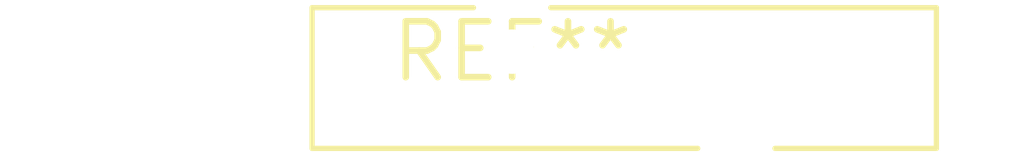
<source format=kicad_pcb>
(kicad_pcb (version 20240108) (generator pcbnew)
  (layers (0 "F.Cu" signal) (31 "B.Cu" signal) (34 "B.Paste" user) (35 "F.Paste" user) (36 "B.SilkS" user "B.Silkscreen") (37 "F.SilkS" user "F.Silkscreen") (38 "B.Mask" user) (39 "F.Mask" user) (44 "Edge.Cuts" user))
  (net 0 "")
  (footprint "Fuse_Bourns_MF-RG900" (layer "F.Cu") (at 0 0)
    (property "Reference" "REF**")
    (property "Value" "Fuse_Bourns_MF-RG900")
    (fp_line (start -4.55 -1) (end -4.55 2.2) (layer "F.SilkS") (stroke (width 0.12)))
    (fp_line (start -4.55 -1) (end -0.879 -1) (layer "F.SilkS") (stroke (width 0.12)))
    (fp_line (start -4.55 2.2) (end 4.222 2.2) (layer "F.SilkS") (stroke (width 0.12)))
    (fp_line (start 0.879 -1) (end 9.65 -1) (layer "F.SilkS") (stroke (width 0.12)))
    (fp_line (start 5.979 2.2) (end 9.65 2.2) (layer "F.SilkS") (stroke (width 0.12)))
    (fp_line (start 9.65 -1) (end 9.65 2.2) (layer "F.SilkS") (stroke (width 0.12)))
    (pad "1" thru_hole circle (at 0 0) (size 2.01 2.01) (drill 1.01) (layers *.Cu *.Mask) (remove_unused_layers))
    (pad "2" thru_hole circle (at 5.1 1.2) (size 2.01 2.01) (drill 1.01) (layers *.Cu *.Mask) (remove_unused_layers))
  )
)
</source>
